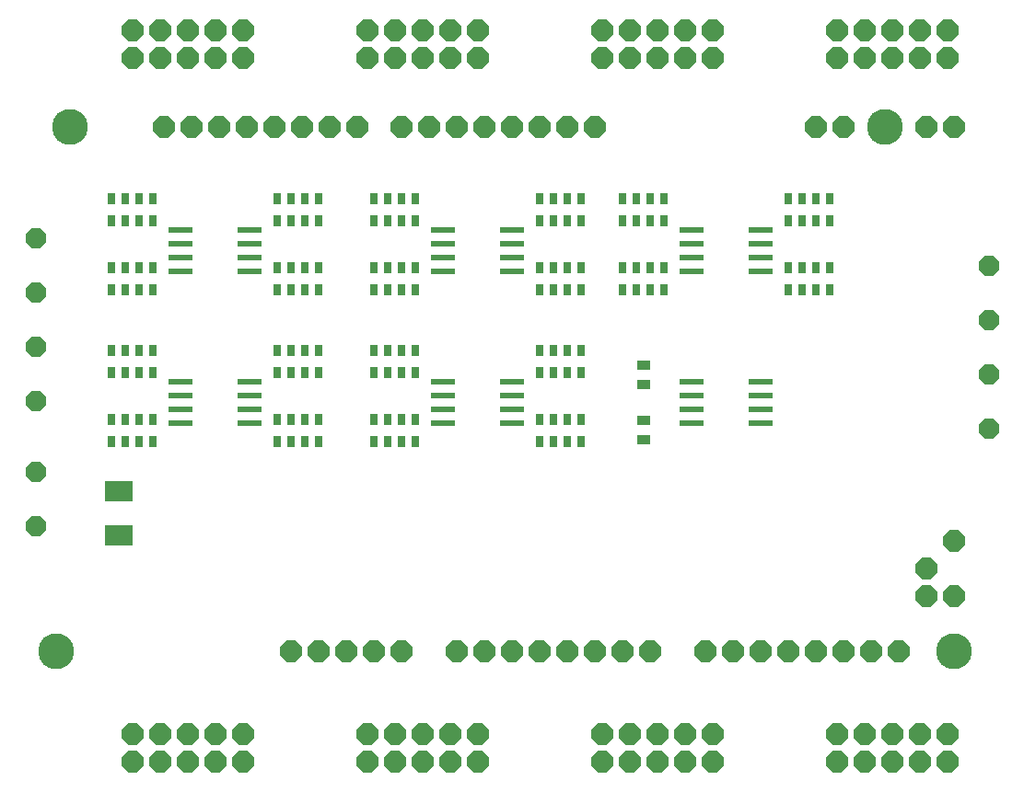
<source format=gts>
G04 EAGLE Gerber X2 export*
%TF.Part,Single*%
%TF.FileFunction,Other,Top Soldermask*%
%TF.FilePolarity,Positive*%
%TF.GenerationSoftware,Autodesk,EAGLE,8.7.1*%
%TF.CreationDate,2018-04-05T21:50:13Z*%
G75*
%MOMM*%
%FSLAX34Y34*%
%LPD*%
%AMOC8*
5,1,8,0,0,1.08239X$1,22.5*%
G01*
%ADD10P,2.144431X8X112.500000*%
%ADD11C,3.301600*%
%ADD12P,2.048207X8X202.500000*%
%ADD13P,2.048207X8X22.500000*%
%ADD14P,2.144431X8X22.500000*%
%ADD15P,2.144431X8X202.500000*%
%ADD16R,2.501600X1.901600*%
%ADD17R,2.301600X0.601600*%
%ADD18R,0.751600X1.101600*%
%ADD19R,1.301600X0.901600*%


D10*
X704850Y139700D03*
X730250Y139700D03*
X755650Y139700D03*
X781050Y139700D03*
X806450Y139700D03*
X831850Y139700D03*
X857250Y139700D03*
X679450Y139700D03*
X781050Y622300D03*
X806450Y622300D03*
X476250Y139700D03*
X501650Y139700D03*
X527050Y139700D03*
X552450Y139700D03*
X577850Y139700D03*
X603250Y139700D03*
X628650Y139700D03*
X450850Y139700D03*
X425450Y622300D03*
X450850Y622300D03*
X476250Y622300D03*
X501650Y622300D03*
X527050Y622300D03*
X552450Y622300D03*
X577850Y622300D03*
X400050Y622300D03*
X207010Y622300D03*
X232410Y622300D03*
X257810Y622300D03*
X283210Y622300D03*
X308610Y622300D03*
X334010Y622300D03*
X359410Y622300D03*
X181610Y622300D03*
X882650Y215900D03*
X908050Y241300D03*
X882650Y190500D03*
X908050Y190500D03*
X882650Y622300D03*
X908050Y622300D03*
X298450Y139700D03*
X323850Y139700D03*
X349250Y139700D03*
X374650Y139700D03*
X400050Y139700D03*
D11*
X95250Y622300D03*
X82550Y139700D03*
X844550Y622300D03*
X908050Y139700D03*
D12*
X939800Y344100D03*
X939800Y394100D03*
X939800Y444100D03*
X939800Y494100D03*
D13*
X63500Y519500D03*
X63500Y469500D03*
X63500Y419500D03*
X63500Y369500D03*
D14*
X800100Y685800D03*
X800100Y711200D03*
X825500Y685800D03*
X825500Y711200D03*
X850900Y685800D03*
X850900Y711200D03*
X876300Y685800D03*
X876300Y711200D03*
X901700Y685800D03*
X901700Y711200D03*
D15*
X901700Y63500D03*
X901700Y38100D03*
X876300Y63500D03*
X876300Y38100D03*
X850900Y63500D03*
X850900Y38100D03*
X825500Y63500D03*
X825500Y38100D03*
X800100Y63500D03*
X800100Y38100D03*
D14*
X584200Y685800D03*
X584200Y711200D03*
X609600Y685800D03*
X609600Y711200D03*
X635000Y685800D03*
X635000Y711200D03*
X660400Y685800D03*
X660400Y711200D03*
X685800Y685800D03*
X685800Y711200D03*
D15*
X685800Y63500D03*
X685800Y38100D03*
X660400Y63500D03*
X660400Y38100D03*
X635000Y63500D03*
X635000Y38100D03*
X609600Y63500D03*
X609600Y38100D03*
X584200Y63500D03*
X584200Y38100D03*
D14*
X368300Y685800D03*
X368300Y711200D03*
X393700Y685800D03*
X393700Y711200D03*
X419100Y685800D03*
X419100Y711200D03*
X444500Y685800D03*
X444500Y711200D03*
X469900Y685800D03*
X469900Y711200D03*
D15*
X469900Y63500D03*
X469900Y38100D03*
X444500Y63500D03*
X444500Y38100D03*
X419100Y63500D03*
X419100Y38100D03*
X393700Y63500D03*
X393700Y38100D03*
X368300Y63500D03*
X368300Y38100D03*
D14*
X152400Y685800D03*
X152400Y711200D03*
X177800Y685800D03*
X177800Y711200D03*
X203200Y685800D03*
X203200Y711200D03*
X228600Y685800D03*
X228600Y711200D03*
X254000Y685800D03*
X254000Y711200D03*
D15*
X254000Y63500D03*
X254000Y38100D03*
X228600Y63500D03*
X228600Y38100D03*
X203200Y63500D03*
X203200Y38100D03*
X177800Y63500D03*
X177800Y38100D03*
X152400Y63500D03*
X152400Y38100D03*
D13*
X63500Y304400D03*
X63500Y254400D03*
D16*
X139700Y286950D03*
X139700Y246450D03*
D17*
X260140Y349250D03*
X260140Y361850D03*
X260140Y374550D03*
X260140Y387250D03*
X197060Y349250D03*
X197060Y361950D03*
X197060Y374650D03*
X197060Y387350D03*
D18*
X323850Y416400D03*
X311150Y416400D03*
X298450Y416400D03*
X285750Y416400D03*
X323850Y396400D03*
X311150Y396400D03*
X298450Y396400D03*
X285750Y396400D03*
X323850Y352900D03*
X311150Y352900D03*
X298450Y352900D03*
X285750Y352900D03*
X323850Y332900D03*
X311150Y332900D03*
X298450Y332900D03*
X285750Y332900D03*
X133350Y332900D03*
X146050Y332900D03*
X158750Y332900D03*
X171450Y332900D03*
X133350Y352900D03*
X146050Y352900D03*
X158750Y352900D03*
X171450Y352900D03*
X133350Y396400D03*
X146050Y396400D03*
X158750Y396400D03*
X171450Y396400D03*
X133350Y416400D03*
X146050Y416400D03*
X158750Y416400D03*
X171450Y416400D03*
D17*
X260140Y488950D03*
X260140Y501550D03*
X260140Y514250D03*
X260140Y526950D03*
X197060Y488950D03*
X197060Y501650D03*
X197060Y514350D03*
X197060Y527050D03*
D18*
X323850Y556100D03*
X311150Y556100D03*
X298450Y556100D03*
X285750Y556100D03*
X323850Y536100D03*
X311150Y536100D03*
X298450Y536100D03*
X285750Y536100D03*
X323850Y492600D03*
X311150Y492600D03*
X298450Y492600D03*
X285750Y492600D03*
X323850Y472600D03*
X311150Y472600D03*
X298450Y472600D03*
X285750Y472600D03*
X133350Y472600D03*
X146050Y472600D03*
X158750Y472600D03*
X171450Y472600D03*
X133350Y492600D03*
X146050Y492600D03*
X158750Y492600D03*
X171450Y492600D03*
X133350Y536100D03*
X146050Y536100D03*
X158750Y536100D03*
X171450Y536100D03*
X133350Y556100D03*
X146050Y556100D03*
X158750Y556100D03*
X171450Y556100D03*
D17*
X501440Y488950D03*
X501440Y501550D03*
X501440Y514250D03*
X501440Y526950D03*
X438360Y488950D03*
X438360Y501650D03*
X438360Y514350D03*
X438360Y527050D03*
D18*
X565150Y556100D03*
X552450Y556100D03*
X539750Y556100D03*
X527050Y556100D03*
X565150Y536100D03*
X552450Y536100D03*
X539750Y536100D03*
X527050Y536100D03*
X565150Y492600D03*
X552450Y492600D03*
X539750Y492600D03*
X527050Y492600D03*
X565150Y472600D03*
X552450Y472600D03*
X539750Y472600D03*
X527050Y472600D03*
X374650Y472600D03*
X387350Y472600D03*
X400050Y472600D03*
X412750Y472600D03*
X374650Y492600D03*
X387350Y492600D03*
X400050Y492600D03*
X412750Y492600D03*
X374650Y536100D03*
X387350Y536100D03*
X400050Y536100D03*
X412750Y536100D03*
X374650Y556100D03*
X387350Y556100D03*
X400050Y556100D03*
X412750Y556100D03*
D17*
X501440Y349250D03*
X501440Y361850D03*
X501440Y374550D03*
X501440Y387250D03*
X438360Y349250D03*
X438360Y361950D03*
X438360Y374650D03*
X438360Y387350D03*
D18*
X565150Y416400D03*
X552450Y416400D03*
X539750Y416400D03*
X527050Y416400D03*
X565150Y396400D03*
X552450Y396400D03*
X539750Y396400D03*
X527050Y396400D03*
X565150Y352900D03*
X552450Y352900D03*
X539750Y352900D03*
X527050Y352900D03*
X565150Y332900D03*
X552450Y332900D03*
X539750Y332900D03*
X527050Y332900D03*
X374650Y332900D03*
X387350Y332900D03*
X400050Y332900D03*
X412750Y332900D03*
X374650Y352900D03*
X387350Y352900D03*
X400050Y352900D03*
X412750Y352900D03*
X374650Y396400D03*
X387350Y396400D03*
X400050Y396400D03*
X412750Y396400D03*
X374650Y416400D03*
X387350Y416400D03*
X400050Y416400D03*
X412750Y416400D03*
D17*
X730040Y488950D03*
X730040Y501550D03*
X730040Y514250D03*
X730040Y526950D03*
X666960Y488950D03*
X666960Y501650D03*
X666960Y514350D03*
X666960Y527050D03*
D18*
X793750Y556100D03*
X781050Y556100D03*
X768350Y556100D03*
X755650Y556100D03*
X793750Y536100D03*
X781050Y536100D03*
X768350Y536100D03*
X755650Y536100D03*
X793750Y492600D03*
X781050Y492600D03*
X768350Y492600D03*
X755650Y492600D03*
X793750Y472600D03*
X781050Y472600D03*
X768350Y472600D03*
X755650Y472600D03*
X603250Y472600D03*
X615950Y472600D03*
X628650Y472600D03*
X641350Y472600D03*
X603250Y492600D03*
X615950Y492600D03*
X628650Y492600D03*
X641350Y492600D03*
X603250Y536100D03*
X615950Y536100D03*
X628650Y536100D03*
X641350Y536100D03*
X603250Y556100D03*
X615950Y556100D03*
X628650Y556100D03*
X641350Y556100D03*
D17*
X730040Y349250D03*
X730040Y361850D03*
X730040Y374550D03*
X730040Y387250D03*
X666960Y349250D03*
X666960Y361950D03*
X666960Y374650D03*
X666960Y387350D03*
D19*
X622300Y384700D03*
X622300Y402700D03*
X622300Y333900D03*
X622300Y351900D03*
M02*

</source>
